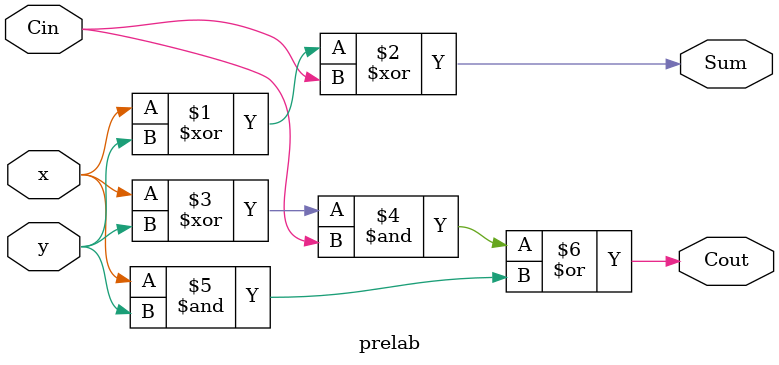
<source format=v>
module prelab(x, y, Cin, Cout, Sum);
	input x, y, Cin;
	output Cout, Sum;
	
	assign Sum = (x ^ y) ^ Cin;
	assign Cout = ((x ^ y) & Cin) | (x & y);
endmodule

/*
x   y   Cin   Cout  Sum 
0   0   0     0     0   
0   0   1     0     1   
0   1   0     0     1   
0   1   1     1     0   
1   0   0     0     1   
1   0   1     1     0   
1   1   0     1     0   
1   1   1     1     1   
*/
</source>
